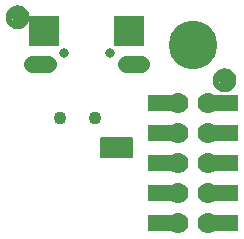
<source format=gbr>
G04 EAGLE Gerber RS-274X export*
G75*
%MOMM*%
%FSLAX34Y34*%
%LPD*%
%INSoldermask Bottom*%
%IPPOS*%
%AMOC8*
5,1,8,0,0,1.08239X$1,22.5*%
G01*
%ADD10C,0.801600*%
%ADD11R,2.514600X2.514600*%
%ADD12C,1.409600*%
%ADD13C,4.117600*%
%ADD14C,1.778000*%
%ADD15R,2.133600X1.371600*%
%ADD16C,1.101600*%
%ADD17C,0.500000*%

G36*
X108068Y69866D02*
X108068Y69866D01*
X108187Y69873D01*
X108225Y69886D01*
X108266Y69891D01*
X108376Y69934D01*
X108489Y69971D01*
X108524Y69993D01*
X108561Y70008D01*
X108657Y70078D01*
X108758Y70141D01*
X108786Y70171D01*
X108819Y70194D01*
X108895Y70286D01*
X108976Y70373D01*
X108996Y70408D01*
X109021Y70439D01*
X109072Y70547D01*
X109130Y70651D01*
X109140Y70691D01*
X109157Y70727D01*
X109179Y70844D01*
X109209Y70959D01*
X109213Y71020D01*
X109217Y71040D01*
X109215Y71060D01*
X109219Y71120D01*
X109219Y86360D01*
X109204Y86478D01*
X109197Y86597D01*
X109184Y86635D01*
X109179Y86676D01*
X109136Y86786D01*
X109099Y86899D01*
X109077Y86934D01*
X109062Y86971D01*
X108993Y87067D01*
X108929Y87168D01*
X108899Y87196D01*
X108876Y87229D01*
X108784Y87305D01*
X108697Y87386D01*
X108662Y87406D01*
X108631Y87431D01*
X108523Y87482D01*
X108419Y87540D01*
X108379Y87550D01*
X108343Y87567D01*
X108226Y87589D01*
X108111Y87619D01*
X108051Y87623D01*
X108031Y87627D01*
X108010Y87625D01*
X107950Y87629D01*
X82550Y87629D01*
X82432Y87614D01*
X82313Y87607D01*
X82275Y87594D01*
X82234Y87589D01*
X82124Y87546D01*
X82011Y87509D01*
X81976Y87487D01*
X81939Y87472D01*
X81843Y87403D01*
X81742Y87339D01*
X81714Y87309D01*
X81681Y87286D01*
X81606Y87194D01*
X81524Y87107D01*
X81504Y87072D01*
X81479Y87041D01*
X81428Y86933D01*
X81370Y86829D01*
X81360Y86789D01*
X81343Y86753D01*
X81321Y86636D01*
X81291Y86521D01*
X81287Y86461D01*
X81283Y86441D01*
X81284Y86434D01*
X81283Y86432D01*
X81284Y86416D01*
X81281Y86360D01*
X81281Y71120D01*
X81296Y71002D01*
X81303Y70883D01*
X81316Y70845D01*
X81321Y70804D01*
X81364Y70694D01*
X81401Y70581D01*
X81423Y70546D01*
X81438Y70509D01*
X81508Y70413D01*
X81571Y70312D01*
X81601Y70284D01*
X81624Y70251D01*
X81716Y70176D01*
X81803Y70094D01*
X81838Y70074D01*
X81869Y70049D01*
X81977Y69998D01*
X82081Y69940D01*
X82121Y69930D01*
X82157Y69913D01*
X82274Y69891D01*
X82389Y69861D01*
X82450Y69857D01*
X82470Y69853D01*
X82490Y69855D01*
X82550Y69851D01*
X107950Y69851D01*
X108068Y69866D01*
G37*
D10*
X89350Y158750D03*
X50350Y158750D03*
D11*
X33850Y177750D03*
X105850Y177750D03*
D12*
X102850Y149750D02*
X115930Y149750D01*
X36850Y149750D02*
X23770Y149750D01*
D13*
X160020Y165608D03*
D14*
X147320Y116840D03*
X172720Y116840D03*
X147320Y91440D03*
X172720Y91440D03*
X147320Y66040D03*
X172720Y66040D03*
D15*
X187960Y116840D03*
X187960Y91440D03*
X187960Y66040D03*
X132080Y116840D03*
X132080Y91440D03*
X132080Y66040D03*
X132080Y40640D03*
X187960Y40640D03*
X187960Y15240D03*
X132080Y15240D03*
D14*
X147320Y40640D03*
X172720Y40640D03*
X147320Y15240D03*
X172720Y15240D03*
D16*
X47230Y104140D03*
X77230Y104140D03*
X186690Y135890D03*
D17*
X194190Y135890D02*
X194188Y136071D01*
X194181Y136252D01*
X194170Y136433D01*
X194155Y136614D01*
X194135Y136794D01*
X194111Y136974D01*
X194083Y137153D01*
X194050Y137331D01*
X194013Y137508D01*
X193972Y137685D01*
X193927Y137860D01*
X193877Y138035D01*
X193823Y138208D01*
X193765Y138379D01*
X193703Y138550D01*
X193636Y138718D01*
X193566Y138885D01*
X193492Y139051D01*
X193413Y139214D01*
X193331Y139375D01*
X193245Y139535D01*
X193155Y139692D01*
X193061Y139847D01*
X192964Y140000D01*
X192862Y140150D01*
X192758Y140298D01*
X192649Y140444D01*
X192538Y140586D01*
X192422Y140726D01*
X192304Y140863D01*
X192182Y140998D01*
X192057Y141129D01*
X191929Y141257D01*
X191798Y141382D01*
X191663Y141504D01*
X191526Y141622D01*
X191386Y141738D01*
X191244Y141849D01*
X191098Y141958D01*
X190950Y142062D01*
X190800Y142164D01*
X190647Y142261D01*
X190492Y142355D01*
X190335Y142445D01*
X190175Y142531D01*
X190014Y142613D01*
X189851Y142692D01*
X189685Y142766D01*
X189518Y142836D01*
X189350Y142903D01*
X189179Y142965D01*
X189008Y143023D01*
X188835Y143077D01*
X188660Y143127D01*
X188485Y143172D01*
X188308Y143213D01*
X188131Y143250D01*
X187953Y143283D01*
X187774Y143311D01*
X187594Y143335D01*
X187414Y143355D01*
X187233Y143370D01*
X187052Y143381D01*
X186871Y143388D01*
X186690Y143390D01*
X186509Y143388D01*
X186328Y143381D01*
X186147Y143370D01*
X185966Y143355D01*
X185786Y143335D01*
X185606Y143311D01*
X185427Y143283D01*
X185249Y143250D01*
X185072Y143213D01*
X184895Y143172D01*
X184720Y143127D01*
X184545Y143077D01*
X184372Y143023D01*
X184201Y142965D01*
X184030Y142903D01*
X183862Y142836D01*
X183695Y142766D01*
X183529Y142692D01*
X183366Y142613D01*
X183205Y142531D01*
X183045Y142445D01*
X182888Y142355D01*
X182733Y142261D01*
X182580Y142164D01*
X182430Y142062D01*
X182282Y141958D01*
X182136Y141849D01*
X181994Y141738D01*
X181854Y141622D01*
X181717Y141504D01*
X181582Y141382D01*
X181451Y141257D01*
X181323Y141129D01*
X181198Y140998D01*
X181076Y140863D01*
X180958Y140726D01*
X180842Y140586D01*
X180731Y140444D01*
X180622Y140298D01*
X180518Y140150D01*
X180416Y140000D01*
X180319Y139847D01*
X180225Y139692D01*
X180135Y139535D01*
X180049Y139375D01*
X179967Y139214D01*
X179888Y139051D01*
X179814Y138885D01*
X179744Y138718D01*
X179677Y138550D01*
X179615Y138379D01*
X179557Y138208D01*
X179503Y138035D01*
X179453Y137860D01*
X179408Y137685D01*
X179367Y137508D01*
X179330Y137331D01*
X179297Y137153D01*
X179269Y136974D01*
X179245Y136794D01*
X179225Y136614D01*
X179210Y136433D01*
X179199Y136252D01*
X179192Y136071D01*
X179190Y135890D01*
X179192Y135709D01*
X179199Y135528D01*
X179210Y135347D01*
X179225Y135166D01*
X179245Y134986D01*
X179269Y134806D01*
X179297Y134627D01*
X179330Y134449D01*
X179367Y134272D01*
X179408Y134095D01*
X179453Y133920D01*
X179503Y133745D01*
X179557Y133572D01*
X179615Y133401D01*
X179677Y133230D01*
X179744Y133062D01*
X179814Y132895D01*
X179888Y132729D01*
X179967Y132566D01*
X180049Y132405D01*
X180135Y132245D01*
X180225Y132088D01*
X180319Y131933D01*
X180416Y131780D01*
X180518Y131630D01*
X180622Y131482D01*
X180731Y131336D01*
X180842Y131194D01*
X180958Y131054D01*
X181076Y130917D01*
X181198Y130782D01*
X181323Y130651D01*
X181451Y130523D01*
X181582Y130398D01*
X181717Y130276D01*
X181854Y130158D01*
X181994Y130042D01*
X182136Y129931D01*
X182282Y129822D01*
X182430Y129718D01*
X182580Y129616D01*
X182733Y129519D01*
X182888Y129425D01*
X183045Y129335D01*
X183205Y129249D01*
X183366Y129167D01*
X183529Y129088D01*
X183695Y129014D01*
X183862Y128944D01*
X184030Y128877D01*
X184201Y128815D01*
X184372Y128757D01*
X184545Y128703D01*
X184720Y128653D01*
X184895Y128608D01*
X185072Y128567D01*
X185249Y128530D01*
X185427Y128497D01*
X185606Y128469D01*
X185786Y128445D01*
X185966Y128425D01*
X186147Y128410D01*
X186328Y128399D01*
X186509Y128392D01*
X186690Y128390D01*
X186871Y128392D01*
X187052Y128399D01*
X187233Y128410D01*
X187414Y128425D01*
X187594Y128445D01*
X187774Y128469D01*
X187953Y128497D01*
X188131Y128530D01*
X188308Y128567D01*
X188485Y128608D01*
X188660Y128653D01*
X188835Y128703D01*
X189008Y128757D01*
X189179Y128815D01*
X189350Y128877D01*
X189518Y128944D01*
X189685Y129014D01*
X189851Y129088D01*
X190014Y129167D01*
X190175Y129249D01*
X190335Y129335D01*
X190492Y129425D01*
X190647Y129519D01*
X190800Y129616D01*
X190950Y129718D01*
X191098Y129822D01*
X191244Y129931D01*
X191386Y130042D01*
X191526Y130158D01*
X191663Y130276D01*
X191798Y130398D01*
X191929Y130523D01*
X192057Y130651D01*
X192182Y130782D01*
X192304Y130917D01*
X192422Y131054D01*
X192538Y131194D01*
X192649Y131336D01*
X192758Y131482D01*
X192862Y131630D01*
X192964Y131780D01*
X193061Y131933D01*
X193155Y132088D01*
X193245Y132245D01*
X193331Y132405D01*
X193413Y132566D01*
X193492Y132729D01*
X193566Y132895D01*
X193636Y133062D01*
X193703Y133230D01*
X193765Y133401D01*
X193823Y133572D01*
X193877Y133745D01*
X193927Y133920D01*
X193972Y134095D01*
X194013Y134272D01*
X194050Y134449D01*
X194083Y134627D01*
X194111Y134806D01*
X194135Y134986D01*
X194155Y135166D01*
X194170Y135347D01*
X194181Y135528D01*
X194188Y135709D01*
X194190Y135890D01*
D16*
X11430Y189230D03*
D17*
X18930Y189230D02*
X18928Y189411D01*
X18921Y189592D01*
X18910Y189773D01*
X18895Y189954D01*
X18875Y190134D01*
X18851Y190314D01*
X18823Y190493D01*
X18790Y190671D01*
X18753Y190848D01*
X18712Y191025D01*
X18667Y191200D01*
X18617Y191375D01*
X18563Y191548D01*
X18505Y191719D01*
X18443Y191890D01*
X18376Y192058D01*
X18306Y192225D01*
X18232Y192391D01*
X18153Y192554D01*
X18071Y192715D01*
X17985Y192875D01*
X17895Y193032D01*
X17801Y193187D01*
X17704Y193340D01*
X17602Y193490D01*
X17498Y193638D01*
X17389Y193784D01*
X17278Y193926D01*
X17162Y194066D01*
X17044Y194203D01*
X16922Y194338D01*
X16797Y194469D01*
X16669Y194597D01*
X16538Y194722D01*
X16403Y194844D01*
X16266Y194962D01*
X16126Y195078D01*
X15984Y195189D01*
X15838Y195298D01*
X15690Y195402D01*
X15540Y195504D01*
X15387Y195601D01*
X15232Y195695D01*
X15075Y195785D01*
X14915Y195871D01*
X14754Y195953D01*
X14591Y196032D01*
X14425Y196106D01*
X14258Y196176D01*
X14090Y196243D01*
X13919Y196305D01*
X13748Y196363D01*
X13575Y196417D01*
X13400Y196467D01*
X13225Y196512D01*
X13048Y196553D01*
X12871Y196590D01*
X12693Y196623D01*
X12514Y196651D01*
X12334Y196675D01*
X12154Y196695D01*
X11973Y196710D01*
X11792Y196721D01*
X11611Y196728D01*
X11430Y196730D01*
X11249Y196728D01*
X11068Y196721D01*
X10887Y196710D01*
X10706Y196695D01*
X10526Y196675D01*
X10346Y196651D01*
X10167Y196623D01*
X9989Y196590D01*
X9812Y196553D01*
X9635Y196512D01*
X9460Y196467D01*
X9285Y196417D01*
X9112Y196363D01*
X8941Y196305D01*
X8770Y196243D01*
X8602Y196176D01*
X8435Y196106D01*
X8269Y196032D01*
X8106Y195953D01*
X7945Y195871D01*
X7785Y195785D01*
X7628Y195695D01*
X7473Y195601D01*
X7320Y195504D01*
X7170Y195402D01*
X7022Y195298D01*
X6876Y195189D01*
X6734Y195078D01*
X6594Y194962D01*
X6457Y194844D01*
X6322Y194722D01*
X6191Y194597D01*
X6063Y194469D01*
X5938Y194338D01*
X5816Y194203D01*
X5698Y194066D01*
X5582Y193926D01*
X5471Y193784D01*
X5362Y193638D01*
X5258Y193490D01*
X5156Y193340D01*
X5059Y193187D01*
X4965Y193032D01*
X4875Y192875D01*
X4789Y192715D01*
X4707Y192554D01*
X4628Y192391D01*
X4554Y192225D01*
X4484Y192058D01*
X4417Y191890D01*
X4355Y191719D01*
X4297Y191548D01*
X4243Y191375D01*
X4193Y191200D01*
X4148Y191025D01*
X4107Y190848D01*
X4070Y190671D01*
X4037Y190493D01*
X4009Y190314D01*
X3985Y190134D01*
X3965Y189954D01*
X3950Y189773D01*
X3939Y189592D01*
X3932Y189411D01*
X3930Y189230D01*
X3932Y189049D01*
X3939Y188868D01*
X3950Y188687D01*
X3965Y188506D01*
X3985Y188326D01*
X4009Y188146D01*
X4037Y187967D01*
X4070Y187789D01*
X4107Y187612D01*
X4148Y187435D01*
X4193Y187260D01*
X4243Y187085D01*
X4297Y186912D01*
X4355Y186741D01*
X4417Y186570D01*
X4484Y186402D01*
X4554Y186235D01*
X4628Y186069D01*
X4707Y185906D01*
X4789Y185745D01*
X4875Y185585D01*
X4965Y185428D01*
X5059Y185273D01*
X5156Y185120D01*
X5258Y184970D01*
X5362Y184822D01*
X5471Y184676D01*
X5582Y184534D01*
X5698Y184394D01*
X5816Y184257D01*
X5938Y184122D01*
X6063Y183991D01*
X6191Y183863D01*
X6322Y183738D01*
X6457Y183616D01*
X6594Y183498D01*
X6734Y183382D01*
X6876Y183271D01*
X7022Y183162D01*
X7170Y183058D01*
X7320Y182956D01*
X7473Y182859D01*
X7628Y182765D01*
X7785Y182675D01*
X7945Y182589D01*
X8106Y182507D01*
X8269Y182428D01*
X8435Y182354D01*
X8602Y182284D01*
X8770Y182217D01*
X8941Y182155D01*
X9112Y182097D01*
X9285Y182043D01*
X9460Y181993D01*
X9635Y181948D01*
X9812Y181907D01*
X9989Y181870D01*
X10167Y181837D01*
X10346Y181809D01*
X10526Y181785D01*
X10706Y181765D01*
X10887Y181750D01*
X11068Y181739D01*
X11249Y181732D01*
X11430Y181730D01*
X11611Y181732D01*
X11792Y181739D01*
X11973Y181750D01*
X12154Y181765D01*
X12334Y181785D01*
X12514Y181809D01*
X12693Y181837D01*
X12871Y181870D01*
X13048Y181907D01*
X13225Y181948D01*
X13400Y181993D01*
X13575Y182043D01*
X13748Y182097D01*
X13919Y182155D01*
X14090Y182217D01*
X14258Y182284D01*
X14425Y182354D01*
X14591Y182428D01*
X14754Y182507D01*
X14915Y182589D01*
X15075Y182675D01*
X15232Y182765D01*
X15387Y182859D01*
X15540Y182956D01*
X15690Y183058D01*
X15838Y183162D01*
X15984Y183271D01*
X16126Y183382D01*
X16266Y183498D01*
X16403Y183616D01*
X16538Y183738D01*
X16669Y183863D01*
X16797Y183991D01*
X16922Y184122D01*
X17044Y184257D01*
X17162Y184394D01*
X17278Y184534D01*
X17389Y184676D01*
X17498Y184822D01*
X17602Y184970D01*
X17704Y185120D01*
X17801Y185273D01*
X17895Y185428D01*
X17985Y185585D01*
X18071Y185745D01*
X18153Y185906D01*
X18232Y186069D01*
X18306Y186235D01*
X18376Y186402D01*
X18443Y186570D01*
X18505Y186741D01*
X18563Y186912D01*
X18617Y187085D01*
X18667Y187260D01*
X18712Y187435D01*
X18753Y187612D01*
X18790Y187789D01*
X18823Y187967D01*
X18851Y188146D01*
X18875Y188326D01*
X18895Y188506D01*
X18910Y188687D01*
X18921Y188868D01*
X18928Y189049D01*
X18930Y189230D01*
M02*

</source>
